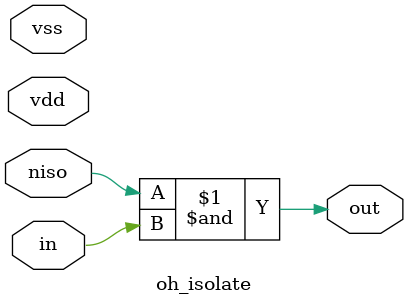
<source format=v>

module oh_isolate (/*AUTOARG*/
   // Outputs
   out,
   // Inputs
   vdd, vss, niso, in
   );

   parameter        DW=1;  // width of macro

   input           vdd;    // supply (set to 1 if valid)
   input           vss;    // ground (set to 0 if valid)
   input 	   niso;   // active low isolation signal
   input [DW-1:0]  in;     // input signal
   output [DW-1:0] out;    // buffered output signal
   
`ifdef TARGET_SIM   
   assign out = ((vdd===1'b1) && (vss===1'b0)) ? (niso & in) :
		                                 1'bX;
`else
   assign out = niso & in;
`endif
   
endmodule // oh_buf

///////////////////////////////////////////////////////////////////////////////
// The MIT License (MIT)                                                     //
//                                                                           //
// Copyright (c) 2015-2016, Adapteva, Inc.                                   //
//                                                                           //
// Permission is hereby granted, free of charge, to any person obtaining a   //
// copy of this software and associated documentation files (the "Software") //
// to deal in the Software without restriction, including without limitation // 
// the rights to use, copy, modify, merge, publish, distribute, sublicense,  //
// and/or sell copies of the Software, and to permit persons to whom the     //
// Software is furnished to do so, subject to the following conditions:      //
//                                                                           //
// The above copyright notice and this permission notice shall be included   // 
// in all copies or substantial portions of the Software.                    //
//                                                                           //
// THE SOFTWARE IS PROVIDED "AS IS", WITHOUT WARRANTY OF ANY KIND, EXPRESS   //
// OR IMPLIED, INCLUDING BUT NOT LIMITED TO THE WARRANTIES OF                //
// MERCHANTABILITY, FITNESS FOR A PARTICULAR PURPOSE AND NONINFRINGEMENT.    //
// IN NO EVENT SHALL THE AUTHORS OR COPYRIGHT HOLDERS BE LIABLE FOR ANY      //
// CLAIM, DAMAGES OR OTHER LIABILITY, WHETHER IN AN ACTION OF CONTRACT, TORT //
// OR OTHERWISE, ARISING FROM, OUT OF OR IN CONNECTION WITH THE SOFTWARE OR  //
// THE USE OR OTHER DEALINGS IN THE SOFTWARE.                                //
//                                                                           // 
///////////////////////////////////////////////////////////////////////////////

</source>
